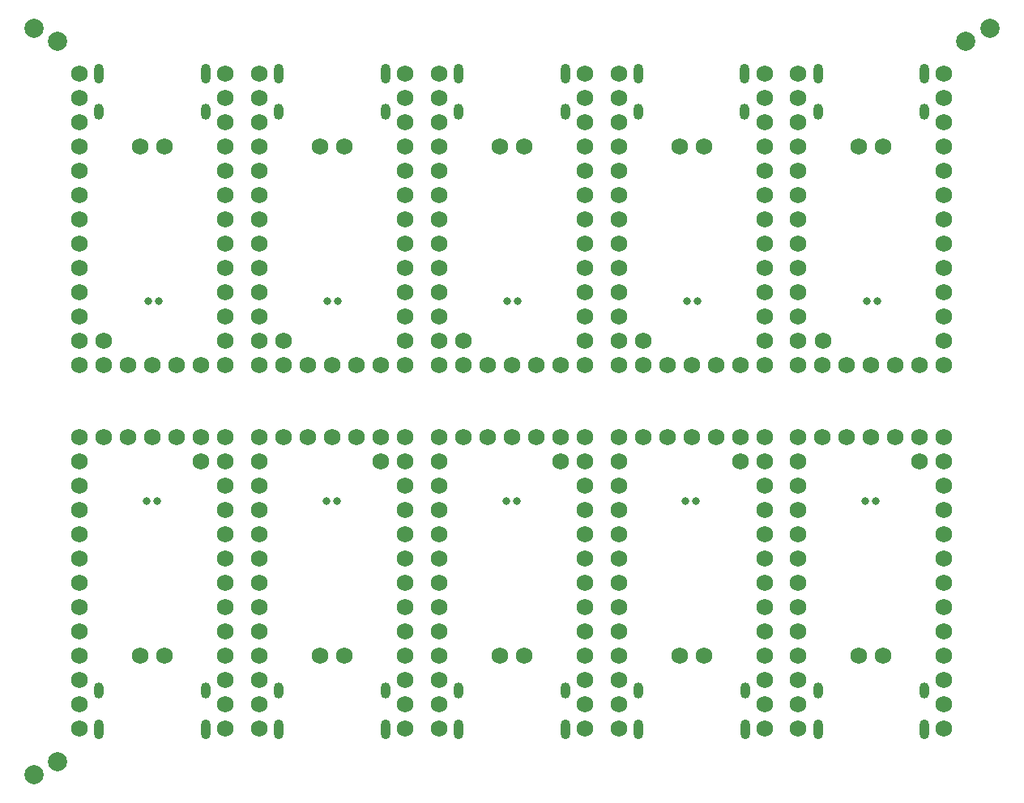
<source format=gbr>
%TF.GenerationSoftware,KiCad,Pcbnew,(6.0.7)*%
%TF.CreationDate,2022-09-17T18:54:00+02:00*%
%TF.ProjectId,panel,70616e65-6c2e-46b6-9963-61645f706362,rev1.0*%
%TF.SameCoordinates,Original*%
%TF.FileFunction,Soldermask,Bot*%
%TF.FilePolarity,Negative*%
%FSLAX46Y46*%
G04 Gerber Fmt 4.6, Leading zero omitted, Abs format (unit mm)*
G04 Created by KiCad (PCBNEW (6.0.7)) date 2022-09-17 18:54:00*
%MOMM*%
%LPD*%
G01*
G04 APERTURE LIST*
%ADD10C,1.752600*%
%ADD11O,1.000000X1.700000*%
%ADD12O,1.000000X2.100000*%
%ADD13C,2.000000*%
%ADD14C,0.800000*%
G04 APERTURE END LIST*
D10*
%TO.C,J2*%
X56290000Y-90770000D03*
X56290000Y-88230000D03*
X56290000Y-85690000D03*
X56290000Y-83150000D03*
X56290000Y-80610000D03*
X56290000Y-78070000D03*
X56290000Y-75530000D03*
X56290000Y-72990000D03*
X56290000Y-70450000D03*
X56290000Y-67910000D03*
X56290000Y-65370000D03*
X56290000Y-62830000D03*
X56290000Y-60290000D03*
X53750000Y-60290000D03*
X51210000Y-60290000D03*
X48670000Y-60290000D03*
X46130000Y-60290000D03*
X43590000Y-60290000D03*
X41050000Y-60290000D03*
X41050000Y-62830000D03*
X41050000Y-65370000D03*
X41050000Y-67910000D03*
X41050000Y-70450000D03*
X41050000Y-72990000D03*
X41050000Y-75530000D03*
X41050000Y-78070000D03*
X41050000Y-80610000D03*
X41050000Y-83150000D03*
X41050000Y-85690000D03*
X41050000Y-88230000D03*
X41050000Y-90770000D03*
X53745000Y-62830000D03*
X47400000Y-83150000D03*
X49940000Y-83150000D03*
%TD*%
%TO.C,J2*%
X93850000Y-90770000D03*
X93850000Y-88230000D03*
X93850000Y-85690000D03*
X93850000Y-83150000D03*
X93850000Y-80610000D03*
X93850000Y-78070000D03*
X93850000Y-75530000D03*
X93850000Y-72990000D03*
X93850000Y-70450000D03*
X93850000Y-67910000D03*
X93850000Y-65370000D03*
X93850000Y-62830000D03*
X93850000Y-60290000D03*
X91310000Y-60290000D03*
X88770000Y-60290000D03*
X86230000Y-60290000D03*
X83690000Y-60290000D03*
X81150000Y-60290000D03*
X78610000Y-60290000D03*
X78610000Y-62830000D03*
X78610000Y-65370000D03*
X78610000Y-67910000D03*
X78610000Y-70450000D03*
X78610000Y-72990000D03*
X78610000Y-75530000D03*
X78610000Y-78070000D03*
X78610000Y-80610000D03*
X78610000Y-83150000D03*
X78610000Y-85690000D03*
X78610000Y-88230000D03*
X78610000Y-90770000D03*
X91305000Y-62830000D03*
X84960000Y-83150000D03*
X87500000Y-83150000D03*
%TD*%
D11*
%TO.C,J1*%
X73020000Y-26237500D03*
X61870000Y-26237500D03*
D12*
X61870000Y-22237500D03*
X73020000Y-22237500D03*
%TD*%
D11*
%TO.C,J1*%
X99440000Y-86802500D03*
X110590000Y-86802500D03*
D12*
X110590000Y-90802500D03*
X99440000Y-90802500D03*
%TD*%
D10*
%TO.C,J2*%
X112630000Y-90770000D03*
X112630000Y-88230000D03*
X112630000Y-85690000D03*
X112630000Y-83150000D03*
X112630000Y-80610000D03*
X112630000Y-78070000D03*
X112630000Y-75530000D03*
X112630000Y-72990000D03*
X112630000Y-70450000D03*
X112630000Y-67910000D03*
X112630000Y-65370000D03*
X112630000Y-62830000D03*
X112630000Y-60290000D03*
X110090000Y-60290000D03*
X107550000Y-60290000D03*
X105010000Y-60290000D03*
X102470000Y-60290000D03*
X99930000Y-60290000D03*
X97390000Y-60290000D03*
X97390000Y-62830000D03*
X97390000Y-65370000D03*
X97390000Y-67910000D03*
X97390000Y-70450000D03*
X97390000Y-72990000D03*
X97390000Y-75530000D03*
X97390000Y-78070000D03*
X97390000Y-80610000D03*
X97390000Y-83150000D03*
X97390000Y-85690000D03*
X97390000Y-88230000D03*
X97390000Y-90770000D03*
X110085000Y-62830000D03*
X103740000Y-83150000D03*
X106280000Y-83150000D03*
%TD*%
%TO.C,J2*%
X78610000Y-22270000D03*
X78610000Y-24810000D03*
X78610000Y-27350000D03*
X78610000Y-29890000D03*
X78610000Y-32430000D03*
X78610000Y-34970000D03*
X78610000Y-37510000D03*
X78610000Y-40050000D03*
X78610000Y-42590000D03*
X78610000Y-45130000D03*
X78610000Y-47670000D03*
X78610000Y-50210000D03*
X78610000Y-52750000D03*
X81150000Y-52750000D03*
X83690000Y-52750000D03*
X86230000Y-52750000D03*
X88770000Y-52750000D03*
X91310000Y-52750000D03*
X93850000Y-52750000D03*
X93850000Y-50210000D03*
X93850000Y-47670000D03*
X93850000Y-45130000D03*
X93850000Y-42590000D03*
X93850000Y-40050000D03*
X93850000Y-37510000D03*
X93850000Y-34970000D03*
X93850000Y-32430000D03*
X93850000Y-29890000D03*
X93850000Y-27350000D03*
X93850000Y-24810000D03*
X93850000Y-22270000D03*
X81155000Y-50210000D03*
X87500000Y-29890000D03*
X84960000Y-29890000D03*
%TD*%
D11*
%TO.C,J1*%
X110580000Y-26237500D03*
X99430000Y-26237500D03*
D12*
X99430000Y-22237500D03*
X110580000Y-22237500D03*
%TD*%
D11*
%TO.C,J1*%
X61880000Y-86802500D03*
X73030000Y-86802500D03*
D12*
X73030000Y-90802500D03*
X61880000Y-90802500D03*
%TD*%
D10*
%TO.C,J2*%
X59830000Y-22270000D03*
X59830000Y-24810000D03*
X59830000Y-27350000D03*
X59830000Y-29890000D03*
X59830000Y-32430000D03*
X59830000Y-34970000D03*
X59830000Y-37510000D03*
X59830000Y-40050000D03*
X59830000Y-42590000D03*
X59830000Y-45130000D03*
X59830000Y-47670000D03*
X59830000Y-50210000D03*
X59830000Y-52750000D03*
X62370000Y-52750000D03*
X64910000Y-52750000D03*
X67450000Y-52750000D03*
X69990000Y-52750000D03*
X72530000Y-52750000D03*
X75070000Y-52750000D03*
X75070000Y-50210000D03*
X75070000Y-47670000D03*
X75070000Y-45130000D03*
X75070000Y-42590000D03*
X75070000Y-40050000D03*
X75070000Y-37510000D03*
X75070000Y-34970000D03*
X75070000Y-32430000D03*
X75070000Y-29890000D03*
X75070000Y-27350000D03*
X75070000Y-24810000D03*
X75070000Y-22270000D03*
X62375000Y-50210000D03*
X68720000Y-29890000D03*
X66180000Y-29890000D03*
%TD*%
%TO.C,J2*%
X22270000Y-22270000D03*
X22270000Y-24810000D03*
X22270000Y-27350000D03*
X22270000Y-29890000D03*
X22270000Y-32430000D03*
X22270000Y-34970000D03*
X22270000Y-37510000D03*
X22270000Y-40050000D03*
X22270000Y-42590000D03*
X22270000Y-45130000D03*
X22270000Y-47670000D03*
X22270000Y-50210000D03*
X22270000Y-52750000D03*
X24810000Y-52750000D03*
X27350000Y-52750000D03*
X29890000Y-52750000D03*
X32430000Y-52750000D03*
X34970000Y-52750000D03*
X37510000Y-52750000D03*
X37510000Y-50210000D03*
X37510000Y-47670000D03*
X37510000Y-45130000D03*
X37510000Y-42590000D03*
X37510000Y-40050000D03*
X37510000Y-37510000D03*
X37510000Y-34970000D03*
X37510000Y-32430000D03*
X37510000Y-29890000D03*
X37510000Y-27350000D03*
X37510000Y-24810000D03*
X37510000Y-22270000D03*
X24815000Y-50210000D03*
X31160000Y-29890000D03*
X28620000Y-29890000D03*
%TD*%
D11*
%TO.C,J1*%
X35460000Y-26237500D03*
X24310000Y-26237500D03*
D12*
X24310000Y-22237500D03*
X35460000Y-22237500D03*
%TD*%
D13*
%TO.C,REF\u002A\u002A*%
X117400000Y-17500000D03*
%TD*%
%TO.C,REF\u002A\u002A*%
X17500000Y-17500000D03*
%TD*%
D11*
%TO.C,J1*%
X80660000Y-86802500D03*
X91810000Y-86802500D03*
D12*
X91810000Y-90802500D03*
X80660000Y-90802500D03*
%TD*%
D11*
%TO.C,J1*%
X43100000Y-86802500D03*
X54250000Y-86802500D03*
D12*
X54250000Y-90802500D03*
X43100000Y-90802500D03*
%TD*%
D11*
%TO.C,J1*%
X91800000Y-26237500D03*
X80650000Y-26237500D03*
D12*
X80650000Y-22237500D03*
X91800000Y-22237500D03*
%TD*%
D10*
%TO.C,J2*%
X37510000Y-90770000D03*
X37510000Y-88230000D03*
X37510000Y-85690000D03*
X37510000Y-83150000D03*
X37510000Y-80610000D03*
X37510000Y-78070000D03*
X37510000Y-75530000D03*
X37510000Y-72990000D03*
X37510000Y-70450000D03*
X37510000Y-67910000D03*
X37510000Y-65370000D03*
X37510000Y-62830000D03*
X37510000Y-60290000D03*
X34970000Y-60290000D03*
X32430000Y-60290000D03*
X29890000Y-60290000D03*
X27350000Y-60290000D03*
X24810000Y-60290000D03*
X22270000Y-60290000D03*
X22270000Y-62830000D03*
X22270000Y-65370000D03*
X22270000Y-67910000D03*
X22270000Y-70450000D03*
X22270000Y-72990000D03*
X22270000Y-75530000D03*
X22270000Y-78070000D03*
X22270000Y-80610000D03*
X22270000Y-83150000D03*
X22270000Y-85690000D03*
X22270000Y-88230000D03*
X22270000Y-90770000D03*
X34965000Y-62830000D03*
X28620000Y-83150000D03*
X31160000Y-83150000D03*
%TD*%
%TO.C,J2*%
X97390000Y-22270000D03*
X97390000Y-24810000D03*
X97390000Y-27350000D03*
X97390000Y-29890000D03*
X97390000Y-32430000D03*
X97390000Y-34970000D03*
X97390000Y-37510000D03*
X97390000Y-40050000D03*
X97390000Y-42590000D03*
X97390000Y-45130000D03*
X97390000Y-47670000D03*
X97390000Y-50210000D03*
X97390000Y-52750000D03*
X99930000Y-52750000D03*
X102470000Y-52750000D03*
X105010000Y-52750000D03*
X107550000Y-52750000D03*
X110090000Y-52750000D03*
X112630000Y-52750000D03*
X112630000Y-50210000D03*
X112630000Y-47670000D03*
X112630000Y-45130000D03*
X112630000Y-42590000D03*
X112630000Y-40050000D03*
X112630000Y-37510000D03*
X112630000Y-34970000D03*
X112630000Y-32430000D03*
X112630000Y-29890000D03*
X112630000Y-27350000D03*
X112630000Y-24810000D03*
X112630000Y-22270000D03*
X99935000Y-50210000D03*
X106280000Y-29890000D03*
X103740000Y-29890000D03*
%TD*%
D11*
%TO.C,J1*%
X54240000Y-26237500D03*
X43090000Y-26237500D03*
D12*
X43090000Y-22237500D03*
X54240000Y-22237500D03*
%TD*%
D13*
%TO.C,REF\u002A\u002A*%
X17500000Y-95540000D03*
%TD*%
D11*
%TO.C,J1*%
X24320000Y-86802500D03*
X35470000Y-86802500D03*
D12*
X35470000Y-90802500D03*
X24320000Y-90802500D03*
%TD*%
D10*
%TO.C,J2*%
X41050000Y-22270000D03*
X41050000Y-24810000D03*
X41050000Y-27350000D03*
X41050000Y-29890000D03*
X41050000Y-32430000D03*
X41050000Y-34970000D03*
X41050000Y-37510000D03*
X41050000Y-40050000D03*
X41050000Y-42590000D03*
X41050000Y-45130000D03*
X41050000Y-47670000D03*
X41050000Y-50210000D03*
X41050000Y-52750000D03*
X43590000Y-52750000D03*
X46130000Y-52750000D03*
X48670000Y-52750000D03*
X51210000Y-52750000D03*
X53750000Y-52750000D03*
X56290000Y-52750000D03*
X56290000Y-50210000D03*
X56290000Y-47670000D03*
X56290000Y-45130000D03*
X56290000Y-42590000D03*
X56290000Y-40050000D03*
X56290000Y-37510000D03*
X56290000Y-34970000D03*
X56290000Y-32430000D03*
X56290000Y-29890000D03*
X56290000Y-27350000D03*
X56290000Y-24810000D03*
X56290000Y-22270000D03*
X43595000Y-50210000D03*
X49940000Y-29890000D03*
X47400000Y-29890000D03*
%TD*%
%TO.C,J2*%
X75070000Y-90770000D03*
X75070000Y-88230000D03*
X75070000Y-85690000D03*
X75070000Y-83150000D03*
X75070000Y-80610000D03*
X75070000Y-78070000D03*
X75070000Y-75530000D03*
X75070000Y-72990000D03*
X75070000Y-70450000D03*
X75070000Y-67910000D03*
X75070000Y-65370000D03*
X75070000Y-62830000D03*
X75070000Y-60290000D03*
X72530000Y-60290000D03*
X69990000Y-60290000D03*
X67450000Y-60290000D03*
X64910000Y-60290000D03*
X62370000Y-60290000D03*
X59830000Y-60290000D03*
X59830000Y-62830000D03*
X59830000Y-65370000D03*
X59830000Y-67910000D03*
X59830000Y-70450000D03*
X59830000Y-72990000D03*
X59830000Y-75530000D03*
X59830000Y-78070000D03*
X59830000Y-80610000D03*
X59830000Y-83150000D03*
X59830000Y-85690000D03*
X59830000Y-88230000D03*
X59830000Y-90770000D03*
X72525000Y-62830000D03*
X66180000Y-83150000D03*
X68720000Y-83150000D03*
%TD*%
D14*
%TO.C,TP2*%
X66835000Y-66970000D03*
%TD*%
%TO.C,TP1*%
X48185000Y-46060000D03*
%TD*%
%TO.C,TP2*%
X68065000Y-46070000D03*
%TD*%
%TO.C,TP2*%
X85615000Y-66970000D03*
%TD*%
%TO.C,TP1*%
X30375000Y-66980000D03*
%TD*%
%TO.C,TP1*%
X66965000Y-46060000D03*
%TD*%
%TO.C,TP2*%
X30505000Y-46070000D03*
%TD*%
D13*
%TO.C,REF\u002A\u002A*%
X20000000Y-18850000D03*
%TD*%
D14*
%TO.C,TP2*%
X86845000Y-46070000D03*
%TD*%
%TO.C,TP1*%
X86715000Y-66980000D03*
%TD*%
%TO.C,TP2*%
X48055000Y-66970000D03*
%TD*%
%TO.C,TP2*%
X29275000Y-66970000D03*
%TD*%
%TO.C,TP2*%
X105625000Y-46070000D03*
%TD*%
%TO.C,TP1*%
X104525000Y-46060000D03*
%TD*%
%TO.C,TP1*%
X105495000Y-66980000D03*
%TD*%
%TO.C,TP1*%
X29405000Y-46060000D03*
%TD*%
%TO.C,TP1*%
X67935000Y-66980000D03*
%TD*%
%TO.C,TP2*%
X104395000Y-66970000D03*
%TD*%
%TO.C,TP2*%
X49285000Y-46070000D03*
%TD*%
D13*
%TO.C,REF\u002A\u002A*%
X20000000Y-94190000D03*
%TD*%
D14*
%TO.C,TP1*%
X85745000Y-46060000D03*
%TD*%
%TO.C,TP1*%
X49155000Y-66980000D03*
%TD*%
D13*
%TO.C,REF\u002A\u002A*%
X114900000Y-18850000D03*
%TD*%
M02*

</source>
